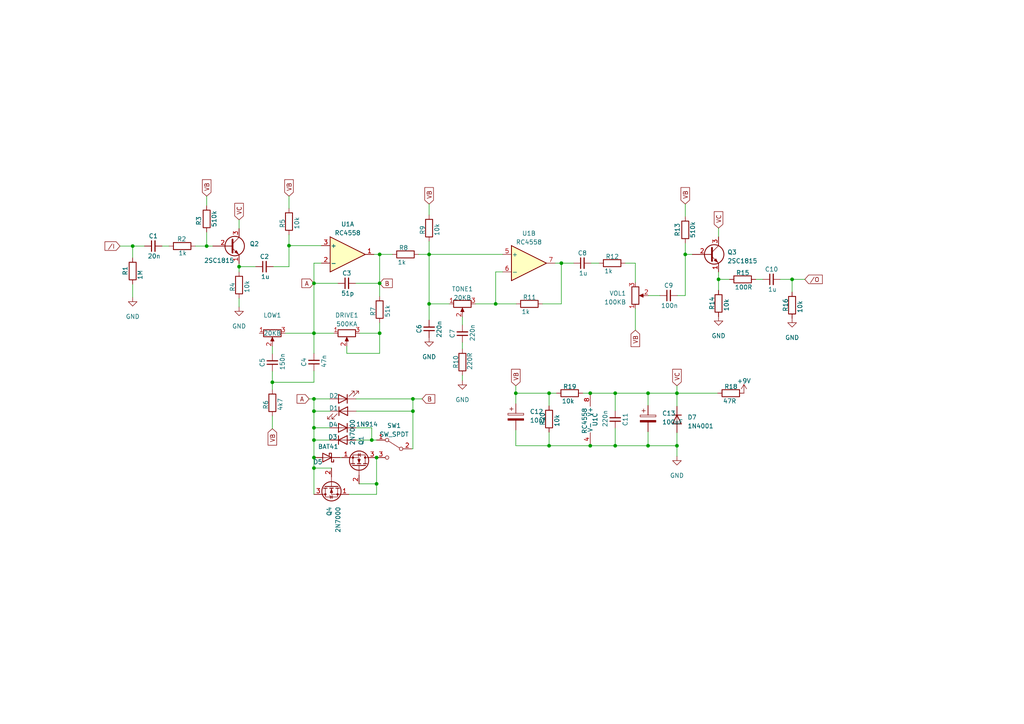
<source format=kicad_sch>
(kicad_sch (version 20230121) (generator eeschema)
  (paper "A4")
  (lib_symbols
    (symbol "Amplifier_Operational:RC4558" (pin_names (offset 0.127))
      (property "Reference" "U" (at 0 5.08 0))
      (property "Value" "RC4558" (at 0 -5.08 0))
      (symbol "RC4558_1_1"
        (polyline (pts (xy -5.08 5.08) (xy 5.08 0) (xy -5.08 -5.08) (xy -5.08 5.08)) (stroke (width 0.254)) (fill (type background)))
        (pin output line (at 7.62 0 180) (length 2.54) (name "~") (number "1"))
        (pin input line (at -7.62 -2.54 0) (length 2.54) (name "-") (number "2"))
        (pin input line (at -7.62 2.54 0) (length 2.54) (name "+") (number "3"))
      )
      (symbol "RC4558_2_1"
        (polyline (pts (xy -5.08 5.08) (xy 5.08 0) (xy -5.08 -5.08) (xy -5.08 5.08)) (stroke (width 0.254)) (fill (type background)))
        (pin input line (at -7.62 2.54 0) (length 2.54) (name "+") (number "5"))
        (pin input line (at -7.62 -2.54 0) (length 2.54) (name "-") (number "6"))
        (pin output line (at 7.62 0 180) (length 2.54) (name "~") (number "7"))
      )
      (symbol "RC4558_3_1"
        (pin power_in line (at -2.54 -7.62 90) (length 3.81) (name "V-") (number "4"))
        (pin power_in line (at -2.54 7.62 270) (length 3.81) (name "V+") (number "8"))
      )
    )
    (symbol "Device:C_Polarized" (pin_numbers hide) (pin_names (offset 0.254))
      (property "Reference" "C" (at 0.635 2.54 0))
      (property "Value" "C_Polarized" (at 0.635 -2.54 0))
      (symbol "C_Polarized_0_1"
        (rectangle (start -2.286 0.508) (end 2.286 1.016))
        (polyline (pts (xy -1.778 2.286) (xy -0.762 2.286)))
        (polyline (pts (xy -1.27 2.794) (xy -1.27 1.778)))
        (rectangle (start 2.286 -0.508) (end -2.286 -1.016) (fill (type outline)))
      )
      (symbol "C_Polarized_1_1"
        (pin passive line (at 0 3.81 270) (length 2.794) (name "~") (number "1"))
        (pin passive line (at 0 -3.81 90) (length 2.794) (name "~") (number "2"))
      )
    )
    (symbol "Device:C_Small" (pin_numbers hide) (pin_names (offset 0.254) hide)
      (property "Reference" "C" (at 0.254 1.778 0))
      (property "Value" "C_Small" (at 0.254 -2.032 0))
      (symbol "C_Small_0_1"
        (polyline (pts (xy -1.524 -0.508) (xy 1.524 -0.508)) (stroke (width 0.3302)))
        (polyline (pts (xy -1.524 0.508) (xy 1.524 0.508)) (stroke (width 0.3048)))
      )
      (symbol "C_Small_1_1"
        (pin passive line (at 0 2.54 270) (length 2.032) (name "~") (number "1"))
        (pin passive line (at 0 -2.54 90) (length 2.032) (name "~") (number "2"))
      )
    )
    (symbol "Device:LED" (pin_numbers hide) (pin_names (offset 1.016) hide)
      (property "Reference" "D" (at 0 2.54 0))
      (property "Value" "LED" (at 0 -2.54 0))
      (symbol "LED_0_1"
        (polyline (pts (xy -1.27 -1.27) (xy -1.27 1.27)) (stroke (width 0.254)))
        (polyline (pts (xy -1.27 0) (xy 1.27 0)))
        (polyline (pts (xy 1.27 -1.27) (xy 1.27 1.27) (xy -1.27 0) (xy 1.27 -1.27)) (stroke (width 0.254)))
        (polyline (pts (xy -3.048 -0.762) (xy -4.572 -2.286) (xy -3.81 -2.286) (xy -4.572 -2.286) (xy -4.572 -1.524)))
        (polyline (pts (xy -1.778 -0.762) (xy -3.302 -2.286) (xy -2.54 -2.286) (xy -3.302 -2.286) (xy -3.302 -1.524)))
      )
      (symbol "LED_1_1"
        (pin passive line (at -3.81 0 0) (length 2.54) (name "K") (number "1"))
        (pin passive line (at 3.81 0 180) (length 2.54) (name "A") (number "2"))
      )
    )
    (symbol "Device:Q_NPN_EBC" (pin_names (offset 0) hide)
      (property "Reference" "Q" (at 5.08 1.27 0))
      (property "Value" "Q_NPN_EBC" (at 5.08 -1.27 0))
      (symbol "Q_NPN_EBC_0_1"
        (polyline (pts (xy 0.635 0.635) (xy 2.54 2.54)))
        (polyline (pts (xy 0.635 -0.635) (xy 2.54 -2.54) (xy 2.54 -2.54)))
        (polyline (pts (xy 0.635 1.905) (xy 0.635 -1.905) (xy 0.635 -1.905)) (stroke (width 0.508)))
        (polyline (pts (xy 1.27 -1.778) (xy 1.778 -1.27) (xy 2.286 -2.286) (xy 1.27 -1.778) (xy 1.27 -1.778)) (fill (type outline)))
        (circle (center 1.27 0) (radius 2.8194) (stroke (width 0.254)))
      )
      (symbol "Q_NPN_EBC_1_1"
        (pin passive line (at 2.54 -5.08 90) (length 2.54) (name "E") (number "1"))
        (pin passive line (at -5.08 0 0) (length 5.715) (name "B") (number "2"))
        (pin passive line (at 2.54 5.08 270) (length 2.54) (name "C") (number "3"))
      )
    )
    (symbol "Device:R" (pin_numbers hide) (pin_names (offset 0))
      (property "Reference" "R" (at 2.032 0 90))
      (property "Value" "R" (at 0 0 90))
      (symbol "R_0_1"
        (rectangle (start -1.016 -2.54) (end 1.016 2.54) (stroke (width 0.254)))
      )
      (symbol "R_1_1"
        (pin passive line (at 0 3.81 270) (length 1.27) (name "~") (number "1"))
        (pin passive line (at 0 -3.81 90) (length 1.27) (name "~") (number "2"))
      )
    )
    (symbol "Device:R_Potentiometer" (pin_names (offset 1.016) hide)
      (property "Reference" "RV" (at -4.445 0 90))
      (property "Value" "R_Potentiometer" (at -2.54 0 90))
      (symbol "R_Potentiometer_0_1"
        (polyline (pts (xy 2.54 0) (xy 1.524 0)))
        (polyline (pts (xy 1.143 0) (xy 2.286 0.508) (xy 2.286 -0.508) (xy 1.143 0)) (fill (type outline)))
        (rectangle (start 1.016 2.54) (end -1.016 -2.54) (stroke (width 0.254)))
      )
      (symbol "R_Potentiometer_1_1"
        (pin passive line (at 0 3.81 270) (length 1.27) (name "1") (number "1"))
        (pin passive line (at 3.81 0 180) (length 1.27) (name "2") (number "2"))
        (pin passive line (at 0 -3.81 90) (length 1.27) (name "3") (number "3"))
      )
    )
    (symbol "Diode:1N4001" (pin_numbers hide) (pin_names hide)
      (property "Reference" "D" (at 0 2.54 0))
      (property "Value" "1N4001" (at 0 -2.54 0))
      (symbol "1N4001_0_1"
        (polyline (pts (xy -1.27 1.27) (xy -1.27 -1.27)) (stroke (width 0.254)))
        (polyline (pts (xy 1.27 0) (xy -1.27 0)))
        (polyline (pts (xy 1.27 1.27) (xy 1.27 -1.27) (xy -1.27 0) (xy 1.27 1.27)) (stroke (width 0.254)))
      )
      (symbol "1N4001_1_1"
        (pin passive line (at -3.81 0 0) (length 2.54) (name "K") (number "1"))
        (pin passive line (at 3.81 0 180) (length 2.54) (name "A") (number "2"))
      )
    )
    (symbol "Diode:1N914" (pin_numbers hide) (pin_names hide)
      (property "Reference" "D" (at 0 2.54 0))
      (property "Value" "1N914" (at 0 -2.54 0))
      (symbol "1N914_0_1"
        (polyline (pts (xy -1.27 1.27) (xy -1.27 -1.27)) (stroke (width 0.254)))
        (polyline (pts (xy 1.27 0) (xy -1.27 0)))
        (polyline (pts (xy 1.27 1.27) (xy 1.27 -1.27) (xy -1.27 0) (xy 1.27 1.27)) (stroke (width 0.254)))
      )
      (symbol "1N914_1_1"
        (pin passive line (at -3.81 0 0) (length 2.54) (name "K") (number "1"))
        (pin passive line (at 3.81 0 180) (length 2.54) (name "A") (number "2"))
      )
    )
    (symbol "Diode:BAT41" (pin_numbers hide) (pin_names (offset 1.016) hide)
      (property "Reference" "D" (at 0 2.54 0))
      (property "Value" "BAT41" (at 0 -2.54 0))
      (symbol "BAT41_0_1"
        (polyline (pts (xy 1.27 0) (xy -1.27 0)))
        (polyline (pts (xy 1.27 1.27) (xy 1.27 -1.27) (xy -1.27 0) (xy 1.27 1.27)) (stroke (width 0.254)))
        (polyline (pts (xy -1.905 0.635) (xy -1.905 1.27) (xy -1.27 1.27) (xy -1.27 -1.27) (xy -0.635 -1.27) (xy -0.635 -0.635)) (stroke (width 0.254)))
      )
      (symbol "BAT41_1_1"
        (pin passive line (at -3.81 0 0) (length 2.54) (name "K") (number "1"))
        (pin passive line (at 3.81 0 180) (length 2.54) (name "A") (number "2"))
      )
    )
    (symbol "Switch:SW_SPDT" (pin_names (offset 0) hide)
      (property "Reference" "SW" (at 0 4.318 0))
      (property "Value" "SW_SPDT" (at 0 -5.08 0))
      (symbol "SW_SPDT_0_0"
        (circle (center -2.032 0) (radius 0.508))
        (circle (center 2.032 -2.54) (radius 0.508))
      )
      (symbol "SW_SPDT_0_1"
        (polyline (pts (xy -1.524 0.254) (xy 1.651 2.286)))
        (circle (center 2.032 2.54) (radius 0.508))
      )
      (symbol "SW_SPDT_1_1"
        (pin passive line (at 5.08 2.54 180) (length 2.54) (name "A") (number "1"))
        (pin passive line (at -5.08 0 0) (length 2.54) (name "B") (number "2"))
        (pin passive line (at 5.08 -2.54 180) (length 2.54) (name "C") (number "3"))
      )
    )
    (symbol "Transistor_FET:2N7000" (pin_names hide)
      (property "Reference" "Q" (at 5.08 1.905 0))
      (property "Value" "2N7000" (at 5.08 0 0))
      (symbol "2N7000_0_1"
        (polyline (pts (xy 0.254 0) (xy -2.54 0)))
        (polyline (pts (xy 0.254 1.905) (xy 0.254 -1.905)) (stroke (width 0.254)))
        (polyline (pts (xy 0.762 -1.27) (xy 0.762 -2.286)) (stroke (width 0.254)))
        (polyline (pts (xy 0.762 0.508) (xy 0.762 -0.508)) (stroke (width 0.254)))
        (polyline (pts (xy 0.762 2.286) (xy 0.762 1.27)) (stroke (width 0.254)))
        (polyline (pts (xy 2.54 2.54) (xy 2.54 1.778)))
        (polyline (pts (xy 2.54 -2.54) (xy 2.54 0) (xy 0.762 0)))
        (polyline (pts (xy 0.762 -1.778) (xy 3.302 -1.778) (xy 3.302 1.778) (xy 0.762 1.778)))
        (polyline (pts (xy 1.016 0) (xy 2.032 0.381) (xy 2.032 -0.381) (xy 1.016 0)) (fill (type outline)))
        (polyline (pts (xy 2.794 0.508) (xy 2.921 0.381) (xy 3.683 0.381) (xy 3.81 0.254)))
        (polyline (pts (xy 3.302 0.381) (xy 2.921 -0.254) (xy 3.683 -0.254) (xy 3.302 0.381)))
        (circle (center 1.651 0) (radius 2.794) (stroke (width 0.254)))
        (circle (center 2.54 -1.778) (radius 0.254) (fill (type outline)))
        (circle (center 2.54 1.778) (radius 0.254) (fill (type outline)))
      )
      (symbol "2N7000_1_1"
        (pin passive line (at 2.54 -5.08 90) (length 2.54) (name "S") (number "1"))
        (pin input line (at -5.08 0 0) (length 2.54) (name "G") (number "2"))
        (pin passive line (at 2.54 5.08 270) (length 2.54) (name "D") (number "3"))
      )
    )
    (symbol "power:+9V" (power) (pin_names (offset 0))
      (property "Value" "+9V" (at 0 3.556 0))
      (symbol "+9V_0_1"
        (polyline (pts (xy -0.762 1.27) (xy 0 2.54)))
        (polyline (pts (xy 0 0) (xy 0 2.54)))
        (polyline (pts (xy 0 2.54) (xy 0.762 1.27)))
      )
      (symbol "+9V_1_1"
        (pin power_in line (at 0 0 90) (length 0) hide (name "+9V") (number "1"))
      )
    )
    (symbol "power:GND" (power) (pin_names (offset 0))
      (property "Value" "GND" (at 0 -3.81 0))
      (symbol "GND_0_1"
        (polyline (pts (xy 0 0) (xy 0 -1.27) (xy 1.27 -1.27) (xy 0 -2.54) (xy -1.27 -1.27) (xy 0 -1.27)))
      )
      (symbol "GND_1_1"
        (pin power_in line (at 0 0 270) (length 0) hide (name "GND") (number "1"))
      )
    )
  )
  (junction (at 208.407 81.026))
  (junction (at 59.944 71.374))
  (junction (at 91.059 127.635))
  (junction (at 78.994 110.871))
  (junction (at 229.743 81.026))
  (junction (at 196.342 129.286))
  (junction (at 91.059 96.647))
  (junction (at 119.761 115.697))
  (junction (at 149.606 114.046))
  (junction (at 178.435 129.286))
  (junction (at 110.109 96.647))
  (junction (at 143.764 88.138))
  (junction (at 187.96 129.286))
  (junction (at 119.761 119.253))
  (junction (at 162.814 76.327))
  (junction (at 107.823 127.635))
  (junction (at 171.196 114.046))
  (junction (at 178.435 114.046))
  (junction (at 91.059 124.079))
  (junction (at 91.059 135.763))
  (junction (at 124.46 73.787))
  (junction (at 159.258 129.286))
  (junction (at 109.22 132.715))
  (junction (at 198.755 73.787))
  (junction (at 83.82 71.247))
  (junction (at 171.196 129.286))
  (junction (at 187.96 114.046))
  (junction (at 196.342 114.046))
  (junction (at 124.46 88.138))
  (junction (at 69.342 77.343))
  (junction (at 91.059 132.715))
  (junction (at 159.258 114.046))
  (junction (at 38.481 71.374))
  (junction (at 110.109 73.787))
  (junction (at 109.22 140.335))
  (junction (at 110.109 82.169))
  (junction (at 91.059 82.169))
  (junction (at 91.059 119.253))
  (junction (at 91.059 115.697))
  (wire (pts (xy 109.22 143.383) (xy 101.219 143.383)))
  (wire (pts (xy 198.755 59.182) (xy 198.755 62.865)))
  (wire (pts (xy 59.944 56.896) (xy 59.944 59.69)))
  (wire (pts (xy 78.994 110.871) (xy 78.994 113.03)))
  (wire (pts (xy 69.342 63.754) (xy 69.342 66.294)))
  (wire (pts (xy 91.059 119.253) (xy 91.059 115.697)))
  (wire (pts (xy 91.059 82.169) (xy 91.059 96.647)))
  (wire (pts (xy 124.46 88.138) (xy 124.46 92.837)))
  (wire (pts (xy 38.481 71.374) (xy 41.91 71.374)))
  (wire (pts (xy 95.631 127.635) (xy 91.059 127.635)))
  (wire (pts (xy 59.944 71.374) (xy 61.722 71.374)))
  (wire (pts (xy 91.059 127.635) (xy 91.059 124.079)))
  (wire (pts (xy 137.922 88.138) (xy 143.764 88.138)))
  (wire (pts (xy 229.743 81.026) (xy 229.743 84.709)))
  (wire (pts (xy 181.356 76.327) (xy 184.277 76.327)))
  (wire (pts (xy 161.417 114.046) (xy 159.258 114.046)))
  (wire (pts (xy 159.258 114.046) (xy 149.606 114.046)))
  (wire (pts (xy 229.743 81.026) (xy 233.426 81.026)))
  (wire (pts (xy 208.407 81.026) (xy 208.407 84.201)))
  (wire (pts (xy 59.944 67.31) (xy 59.944 71.374)))
  (wire (pts (xy 187.96 114.046) (xy 196.342 114.046)))
  (wire (pts (xy 188.087 85.725) (xy 191.389 85.725)))
  (wire (pts (xy 187.96 125.222) (xy 187.96 129.286)))
  (wire (pts (xy 143.764 78.867) (xy 143.764 88.138)))
  (wire (pts (xy 83.82 56.896) (xy 83.82 60.452)))
  (wire (pts (xy 159.258 114.046) (xy 159.258 117.729)))
  (wire (pts (xy 89.662 115.697) (xy 91.059 115.697)))
  (wire (pts (xy 119.761 130.175) (xy 119.761 119.253)))
  (wire (pts (xy 149.606 129.286) (xy 159.258 129.286)))
  (wire (pts (xy 91.059 76.327) (xy 91.059 82.169)))
  (wire (pts (xy 100.584 102.489) (xy 110.109 102.489)))
  (wire (pts (xy 83.82 77.343) (xy 83.82 71.247)))
  (wire (pts (xy 124.46 73.787) (xy 124.46 88.138)))
  (wire (pts (xy 157.353 88.138) (xy 162.814 88.138)))
  (wire (pts (xy 178.435 114.046) (xy 178.435 119.126)))
  (wire (pts (xy 196.342 125.476) (xy 196.342 129.286)))
  (wire (pts (xy 198.755 73.787) (xy 200.787 73.787)))
  (wire (pts (xy 78.994 107.696) (xy 78.994 110.871)))
  (wire (pts (xy 69.342 77.343) (xy 69.342 78.867)))
  (wire (pts (xy 103.251 124.079) (xy 107.823 124.079)))
  (wire (pts (xy 178.435 129.286) (xy 171.196 129.286)))
  (wire (pts (xy 124.46 69.977) (xy 124.46 73.787)))
  (wire (pts (xy 208.407 66.167) (xy 208.407 68.707)))
  (wire (pts (xy 162.814 76.327) (xy 161.036 76.327)))
  (wire (pts (xy 69.342 77.343) (xy 74.168 77.343)))
  (wire (pts (xy 196.342 114.046) (xy 196.342 117.856)))
  (wire (pts (xy 196.342 111.887) (xy 196.342 114.046)))
  (wire (pts (xy 184.277 76.327) (xy 184.277 81.915)))
  (wire (pts (xy 79.248 77.343) (xy 83.82 77.343)))
  (wire (pts (xy 171.196 129.286) (xy 159.258 129.286)))
  (wire (pts (xy 109.22 132.715) (xy 109.22 140.335)))
  (wire (pts (xy 78.994 110.871) (xy 91.059 110.871)))
  (wire (pts (xy 38.481 74.803) (xy 38.481 71.374)))
  (wire (pts (xy 162.814 76.327) (xy 166.37 76.327)))
  (wire (pts (xy 103.124 82.169) (xy 110.109 82.169)))
  (wire (pts (xy 196.469 85.725) (xy 198.755 85.725)))
  (wire (pts (xy 134.112 91.948) (xy 134.112 94.234)))
  (wire (pts (xy 149.606 124.714) (xy 149.606 129.286)))
  (wire (pts (xy 91.059 96.647) (xy 96.774 96.647)))
  (wire (pts (xy 134.112 99.314) (xy 134.112 101.219)))
  (wire (pts (xy 187.96 129.286) (xy 178.435 129.286)))
  (wire (pts (xy 162.814 88.138) (xy 162.814 76.327)))
  (wire (pts (xy 119.761 115.697) (xy 103.251 115.697)))
  (wire (pts (xy 110.109 73.787) (xy 113.792 73.787)))
  (wire (pts (xy 110.109 73.787) (xy 108.458 73.787)))
  (wire (pts (xy 91.059 107.569) (xy 91.059 110.871)))
  (wire (pts (xy 91.059 132.715) (xy 91.059 135.763)))
  (wire (pts (xy 91.059 119.253) (xy 95.758 119.253)))
  (wire (pts (xy 187.96 114.046) (xy 187.96 117.602)))
  (wire (pts (xy 91.059 124.079) (xy 95.631 124.079)))
  (wire (pts (xy 110.109 82.169) (xy 110.109 85.979)))
  (wire (pts (xy 143.764 88.138) (xy 149.733 88.138)))
  (wire (pts (xy 49.022 71.374) (xy 46.99 71.374)))
  (wire (pts (xy 198.755 85.725) (xy 198.755 73.787)))
  (wire (pts (xy 104.394 96.647) (xy 110.109 96.647)))
  (wire (pts (xy 91.059 127.635) (xy 91.059 132.715)))
  (wire (pts (xy 93.218 76.327) (xy 91.059 76.327)))
  (wire (pts (xy 196.342 129.286) (xy 196.342 132.334)))
  (wire (pts (xy 110.109 96.647) (xy 110.109 93.599)))
  (wire (pts (xy 124.46 59.182) (xy 124.46 62.357)))
  (wire (pts (xy 91.059 115.697) (xy 95.631 115.697)))
  (wire (pts (xy 78.994 100.457) (xy 78.994 102.616)))
  (wire (pts (xy 208.407 78.867) (xy 208.407 81.026)))
  (wire (pts (xy 69.342 76.454) (xy 69.342 77.343)))
  (wire (pts (xy 198.755 73.787) (xy 198.755 70.485)))
  (wire (pts (xy 83.82 71.247) (xy 83.82 68.072)))
  (wire (pts (xy 83.82 71.247) (xy 93.218 71.247)))
  (wire (pts (xy 196.342 129.286) (xy 187.96 129.286)))
  (wire (pts (xy 130.302 88.138) (xy 124.46 88.138)))
  (wire (pts (xy 208.407 81.026) (xy 211.582 81.026)))
  (wire (pts (xy 145.796 78.867) (xy 143.764 78.867)))
  (wire (pts (xy 119.761 115.697) (xy 119.761 119.253)))
  (wire (pts (xy 99.06 132.715) (xy 98.679 132.715)))
  (wire (pts (xy 91.059 96.647) (xy 91.059 102.489)))
  (wire (pts (xy 196.342 114.046) (xy 208.153 114.046)))
  (wire (pts (xy 171.196 114.046) (xy 178.435 114.046)))
  (wire (pts (xy 171.45 76.327) (xy 173.736 76.327)))
  (wire (pts (xy 103.378 119.253) (xy 119.761 119.253)))
  (wire (pts (xy 110.109 102.489) (xy 110.109 96.647)))
  (wire (pts (xy 109.22 140.335) (xy 109.22 143.383)))
  (wire (pts (xy 69.342 86.487) (xy 69.342 89.027)))
  (wire (pts (xy 119.38 130.175) (xy 119.761 130.175)))
  (wire (pts (xy 78.994 120.65) (xy 78.994 124.333)))
  (wire (pts (xy 178.435 124.206) (xy 178.435 129.286)))
  (wire (pts (xy 91.059 124.079) (xy 91.059 119.253)))
  (wire (pts (xy 226.314 81.026) (xy 229.743 81.026)))
  (wire (pts (xy 103.251 127.635) (xy 107.823 127.635)))
  (wire (pts (xy 159.258 129.286) (xy 159.258 125.349)))
  (wire (pts (xy 91.059 82.169) (xy 98.044 82.169)))
  (wire (pts (xy 107.823 124.079) (xy 107.823 127.635)))
  (wire (pts (xy 169.037 114.046) (xy 171.196 114.046)))
  (wire (pts (xy 149.606 114.046) (xy 149.606 111.887)))
  (wire (pts (xy 104.14 140.335) (xy 109.22 140.335)))
  (wire (pts (xy 219.202 81.026) (xy 221.234 81.026)))
  (wire (pts (xy 56.642 71.374) (xy 59.944 71.374)))
  (wire (pts (xy 91.059 135.763) (xy 91.059 143.383)))
  (wire (pts (xy 91.059 135.763) (xy 96.139 135.763)))
  (wire (pts (xy 110.109 82.169) (xy 110.109 73.787)))
  (wire (pts (xy 178.435 114.046) (xy 187.96 114.046)))
  (wire (pts (xy 100.584 100.457) (xy 100.584 102.489)))
  (wire (pts (xy 82.804 96.647) (xy 91.059 96.647)))
  (wire (pts (xy 34.798 71.374) (xy 38.481 71.374)))
  (wire (pts (xy 38.481 82.423) (xy 38.481 86.233)))
  (wire (pts (xy 184.277 95.758) (xy 184.277 89.535)))
  (wire (pts (xy 124.46 73.787) (xy 145.796 73.787)))
  (wire (pts (xy 107.823 127.635) (xy 109.22 127.635)))
  (wire (pts (xy 122.428 115.697) (xy 119.761 115.697)))
  (wire (pts (xy 134.112 108.839) (xy 134.112 110.363)))
  (wire (pts (xy 149.606 114.046) (xy 149.606 117.094)))
  (wire (pts (xy 121.412 73.787) (xy 124.46 73.787)))
  (global_label "VB" (shape input) (at 184.277 95.758 270) (property "Intersheetrefs" "${INTERSHEET_REFS}" (effects hide)))
  (global_label "{slash}O" (shape input) (at 233.426 81.026 0) (property "Intersheetrefs" "${INTERSHEET_REFS}" (effects hide)))
  (global_label "VC" (shape input) (at 196.342 111.887 90) (property "Intersheetrefs" "${INTERSHEET_REFS}" (effects hide)))
  (global_label "VC" (shape input) (at 69.342 63.754 90) (property "Intersheetrefs" "${INTERSHEET_REFS}" (effects hide)))
  (global_label "A" (shape input) (at 91.059 82.169 180) (property "Intersheetrefs" "${INTERSHEET_REFS}" (effects hide)))
  (global_label "{slash}I" (shape input) (at 34.798 71.374 180) (property "Intersheetrefs" "${INTERSHEET_REFS}" (effects hide)))
  (global_label "B" (shape input) (at 122.428 115.697 0) (property "Intersheetrefs" "${INTERSHEET_REFS}" (effects hide)))
  (global_label "VB" (shape input) (at 198.755 59.182 90) (property "Intersheetrefs" "${INTERSHEET_REFS}" (effects hide)))
  (global_label "VB" (shape input) (at 124.46 59.182 90) (property "Intersheetrefs" "${INTERSHEET_REFS}" (effects hide)))
  (global_label "VB" (shape input) (at 149.606 111.887 90) (property "Intersheetrefs" "${INTERSHEET_REFS}" (effects hide)))
  (global_label "VB" (shape input) (at 59.944 56.896 90) (property "Intersheetrefs" "${INTERSHEET_REFS}" (effects hide)))
  (global_label "VB" (shape input) (at 83.82 56.896 90) (property "Intersheetrefs" "${INTERSHEET_REFS}" (effects hide)))
  (global_label "VB" (shape input) (at 78.994 124.333 270) (property "Intersheetrefs" "${INTERSHEET_REFS}" (effects hide)))
  (global_label "VC" (shape input) (at 208.407 66.167 90) (property "Intersheetrefs" "${INTERSHEET_REFS}" (effects hide)))
  (global_label "A" (shape input) (at 89.662 115.697 180) (property "Intersheetrefs" "${INTERSHEET_REFS}" (effects hide)))
  (global_label "B" (shape input) (at 110.109 82.169 0) (property "Intersheetrefs" "${INTERSHEET_REFS}" (effects hide)))
  (symbol (lib_id "Diode:BAT41") (at 94.869 132.715 180) (unit 1)
    (property "Reference" "D5" (at 92.202 133.985 0))
    (property "Value" "BAT41" (at 95.1865 129.54 0))
    (property "Footprint" "Diode_THT:D_DO-35_SOD27_P7.62mm_Horizontal" (effects hide))
    (property "Datasheet" "http://www.vishay.com/docs/85659/bat41.pdf" (effects hide))
  )
  (symbol (lib_id "Device:R") (at 159.258 121.539 180) (unit 1)
    (property "Reference" "R20" (at 157.353 123.444 90) (effects (justify right)))
    (property "Value" "10k" (at 161.544 123.825 90) (effects (justify right)))
    (property "Footprint" "Resistor_THT:R_Axial_DIN0204_L3.6mm_D1.6mm_P7.62mm_Horizontal" (effects hide))
  )
  (symbol (lib_id "Device:R") (at 165.227 114.046 90) (unit 1)
    (property "Reference" "R19" (at 163.322 112.141 90) (effects (justify right)))
    (property "Value" "10k" (at 162.941 116.332 90) (effects (justify right)))
    (property "Footprint" "Resistor_THT:R_Axial_DIN0204_L3.6mm_D1.6mm_P7.62mm_Horizontal" (effects hide))
  )
  (symbol (lib_id "Device:LED") (at 99.441 115.697 180) (unit 1)
    (property "Reference" "D2" (at 96.774 114.808 0))
    (property "Value" "LED" (effects hide))
    (property "Footprint" "LED_THT:LED_D3.0mm" (effects hide))
  )
  (symbol (lib_id "Device:R") (at 198.755 66.675 180) (unit 1)
    (property "Reference" "R13" (at 196.469 68.58 90) (effects (justify right)))
    (property "Value" "510k" (at 200.914 69.088 90) (effects (justify right)))
    (property "Footprint" "Resistor_THT:R_Axial_DIN0204_L3.6mm_D1.6mm_P7.62mm_Horizontal" (effects hide))
  )
  (symbol (lib_id "power:GND") (at 69.342 89.027 0) (unit 1)
    (property "Reference" "#PWR01" (effects hide))
    (property "Value" "GND" (at 69.342 94.615 0))
  )
  (symbol (lib_id "Device:R_Potentiometer") (at 184.277 85.725 0) (mirror x) (unit 1)
    (property "Reference" "VOL1" (at 181.61 85.09 0) (effects (justify right)))
    (property "Value" "100KB" (at 181.61 87.63 0) (effects (justify right)))
    (property "Footprint" "Potentiometer_THT:Potentiometer_Vishay_148-149_Single_Vertical" (effects hide))
  )
  (symbol (lib_id "power:GND") (at 229.743 92.329 0) (unit 1)
    (property "Reference" "#PWR06" (effects hide))
    (property "Value" "GND" (at 229.743 97.917 0))
  )
  (symbol (lib_id "Device:C_Small") (at 168.91 76.327 90) (unit 1)
    (property "Reference" "C8" (at 168.91 73.406 90))
    (property "Value" "1u" (at 169.164 79.248 90))
    (property "Footprint" "Capacitor_THT:C_Disc_D3.0mm_W1.6mm_P2.50mm" (effects hide))
  )
  (symbol (lib_id "Device:R") (at 78.994 116.84 180) (unit 1)
    (property "Reference" "R6" (at 77.089 118.745 90) (effects (justify right)))
    (property "Value" "4k7" (at 81.28 119.126 90) (effects (justify right)))
    (property "Footprint" "Resistor_THT:R_Axial_DIN0204_L3.6mm_D1.6mm_P7.62mm_Horizontal" (effects hide))
  )
  (symbol (lib_id "Device:R") (at 117.602 73.787 90) (unit 1)
    (property "Reference" "R8" (at 115.697 71.882 90) (effects (justify right)))
    (property "Value" "1k" (at 115.316 76.073 90) (effects (justify right)))
    (property "Footprint" "Resistor_THT:R_Axial_DIN0204_L3.6mm_D1.6mm_P7.62mm_Horizontal" (effects hide))
  )
  (symbol (lib_id "Diode:1N914") (at 99.441 124.079 180) (unit 1)
    (property "Reference" "D4" (at 96.647 123.19 0))
    (property "Value" "1N914" (effects hide))
    (property "Footprint" "Diode_THT:D_DO-35_SOD27_P7.62mm_Horizontal" (effects hide))
    (property "Datasheet" "http://www.vishay.com/docs/85622/1n914.pdf" (effects hide))
    (property "Sim.Device" "D" (effects hide))
    (property "Sim.Pins" "1=K 2=A" (effects hide))
  )
  (symbol (lib_id "Device:R") (at 215.392 81.026 90) (unit 1)
    (property "Reference" "R15" (at 213.487 79.121 90) (effects (justify right)))
    (property "Value" "100R" (at 213.106 83.312 90) (effects (justify right)))
    (property "Footprint" "Resistor_THT:R_Axial_DIN0204_L3.6mm_D1.6mm_P7.62mm_Horizontal" (effects hide))
  )
  (symbol (lib_id "Device:C_Small") (at 223.774 81.026 90) (unit 1)
    (property "Reference" "C10" (at 223.774 78.105 90))
    (property "Value" "1u" (at 224.028 83.947 90))
    (property "Footprint" "Capacitor_THT:C_Disc_D3.0mm_W1.6mm_P2.50mm" (effects hide))
  )
  (symbol (lib_id "Device:C_Small") (at 124.46 95.377 180) (unit 1)
    (property "Reference" "C6" (at 121.539 95.377 90))
    (property "Value" "220n" (at 127.381 95.504 90))
    (property "Footprint" "Capacitor_THT:C_Disc_D3.0mm_W1.6mm_P2.50mm" (effects hide))
  )
  (symbol (lib_id "Amplifier_Operational:RC4558") (at 153.416 76.327 0) (unit 2)
    (property "Reference" "U1" (at 153.416 67.691 0))
    (property "Value" "RC4558" (at 153.416 70.231 0))
    (property "Footprint" "Package_DIP:DIP-8_W7.62mm" (effects hide))
    (property "Datasheet" "http://www.ti.com/lit/ds/symlink/rc4558.pdf" (effects hide))
  )
  (symbol (lib_id "Device:Q_NPN_EBC") (at 66.802 71.374 0) (unit 1)
    (property "Reference" "Q2" (at 72.39 70.739 0) (effects (justify left)))
    (property "Value" "2SC1815" (at 59.182 75.565 0) (effects (justify left)))
    (property "Footprint" "Package_TO_SOT_THT:TO-92L_HandSolder" (effects hide))
  )
  (symbol (lib_id "power:GND") (at 124.46 97.917 0) (unit 1)
    (property "Reference" "#PWR03" (effects hide))
    (property "Value" "GND" (at 124.46 103.505 0))
  )
  (symbol (lib_id "Device:R") (at 38.481 78.613 180) (unit 1)
    (property "Reference" "R1" (at 36.322 79.883 90) (effects (justify right)))
    (property "Value" "1M" (at 40.64 81.153 90) (effects (justify right)))
    (property "Footprint" "Resistor_THT:R_Axial_DIN0204_L3.6mm_D1.6mm_P7.62mm_Horizontal" (effects hide))
  )
  (symbol (lib_id "Device:C_Small") (at 193.929 85.725 90) (unit 1)
    (property "Reference" "C9" (at 193.929 82.804 90))
    (property "Value" "100n" (at 194.183 88.646 90))
    (property "Footprint" "Capacitor_THT:C_Disc_D3.0mm_W1.6mm_P2.50mm" (effects hide))
  )
  (symbol (lib_id "Amplifier_Operational:RC4558") (at 100.838 73.787 0) (unit 1)
    (property "Reference" "U1" (at 100.838 65.024 0))
    (property "Value" "RC4558" (at 100.838 67.564 0))
    (property "Footprint" "Package_DIP:DIP-8_W7.62mm" (effects hide))
    (property "Datasheet" "http://www.ti.com/lit/ds/symlink/rc4558.pdf" (effects hide))
  )
  (symbol (lib_id "Device:R") (at 124.46 66.167 180) (unit 1)
    (property "Reference" "R9" (at 122.555 68.072 90) (effects (justify right)))
    (property "Value" "10k" (at 126.746 68.453 90) (effects (justify right)))
    (property "Footprint" "Resistor_THT:R_Axial_DIN0204_L3.6mm_D1.6mm_P7.62mm_Horizontal" (effects hide))
  )
  (symbol (lib_id "Device:R") (at 110.109 89.789 180) (unit 1)
    (property "Reference" "R7" (at 108.204 91.694 90) (effects (justify right)))
    (property "Value" "51k" (at 112.395 92.075 90) (effects (justify right)))
    (property "Footprint" "Resistor_THT:R_Axial_DIN0204_L3.6mm_D1.6mm_P7.62mm_Horizontal" (effects hide))
  )
  (symbol (lib_id "Transistor_FET:2N7000") (at 96.139 140.843 90) (mirror x) (unit 1)
    (property "Reference" "Q4" (at 95.504 146.939 0) (effects (justify left)))
    (property "Value" "2N7000" (at 98.044 146.939 0) (effects (justify left)))
    (property "Footprint" "Package_TO_SOT_THT:TO-92_Inline" (effects hide))
    (property "Datasheet" "https://www.vishay.com/docs/70226/70226.pdf" (effects hide))
  )
  (symbol (lib_id "Device:C_Small") (at 76.708 77.343 90) (unit 1)
    (property "Reference" "C2" (at 76.708 74.422 90))
    (property "Value" "1u" (at 76.962 80.264 90))
    (property "Footprint" "Capacitor_THT:C_Disc_D3.0mm_W1.6mm_P2.50mm" (effects hide))
  )
  (symbol (lib_id "Device:R") (at 211.963 114.046 90) (unit 1)
    (property "Reference" "R18" (at 210.058 112.141 90) (effects (justify right)))
    (property "Value" "47R" (at 209.677 116.332 90) (effects (justify right)))
    (property "Footprint" "Resistor_THT:R_Axial_DIN0204_L3.6mm_D1.6mm_P7.62mm_Horizontal" (effects hide))
  )
  (symbol (lib_id "Device:R_Potentiometer") (at 134.112 88.138 90) (mirror x) (unit 1)
    (property "Reference" "TONE1" (at 134.112 83.82 90))
    (property "Value" "20KB" (at 134.112 86.36 90))
    (property "Footprint" "Potentiometer_THT:Potentiometer_Vishay_148-149_Single_Vertical" (effects hide))
  )
  (symbol (lib_id "Transistor_FET:2N7000") (at 104.14 135.255 270) (mirror x) (unit 1)
    (property "Reference" "Q1" (at 104.775 129.159 0) (effects (justify left)))
    (property "Value" "2N7000" (at 102.235 129.159 0) (effects (justify left)))
    (property "Footprint" "Package_TO_SOT_THT:TO-92_Inline" (effects hide))
    (property "Datasheet" "https://www.vishay.com/docs/70226/70226.pdf" (effects hide))
  )
  (symbol (lib_id "power:+9V") (at 215.773 114.046 0) (unit 1)
    (property "Reference" "#PWR08" (effects hide))
    (property "Value" "+9V" (at 215.773 110.49 0))
  )
  (symbol (lib_id "Device:R") (at 83.82 64.262 180) (unit 1)
    (property "Reference" "R5" (at 81.915 66.167 90) (effects (justify right)))
    (property "Value" "10k" (at 86.106 66.548 90) (effects (justify right)))
    (property "Footprint" "Resistor_THT:R_Axial_DIN0204_L3.6mm_D1.6mm_P7.62mm_Horizontal" (effects hide))
  )
  (symbol (lib_id "Device:C_Polarized") (at 149.606 120.904 0) (unit 1)
    (property "Reference" "C12" (at 153.67 119.38 0) (effects (justify left)))
    (property "Value" "10uF" (at 153.67 121.92 0) (effects (justify left)))
    (property "Footprint" "Capacitor_THT:CP_Radial_D8.0mm_P2.50mm" (effects hide))
  )
  (symbol (lib_id "Device:C_Small") (at 91.059 105.029 180) (unit 1)
    (property "Reference" "C4" (at 88.138 105.029 90))
    (property "Value" "47n" (at 93.98 104.775 90))
    (property "Footprint" "Capacitor_THT:C_Disc_D3.0mm_W1.6mm_P2.50mm" (effects hide))
  )
  (symbol (lib_id "Device:C_Polarized") (at 187.96 121.412 0) (unit 1)
    (property "Reference" "C13" (at 192.024 119.888 0) (effects (justify left)))
    (property "Value" "100uF" (at 192.024 122.428 0) (effects (justify left)))
    (property "Footprint" "Capacitor_THT:CP_Radial_D8.0mm_P2.50mm" (effects hide))
  )
  (symbol (lib_id "Diode:1N914") (at 99.441 127.635 0) (unit 1)
    (property "Reference" "D3" (at 96.52 126.746 0))
    (property "Value" "1N914" (at 106.426 123.063 0))
    (property "Footprint" "Diode_THT:D_DO-35_SOD27_P7.62mm_Horizontal" (effects hide))
    (property "Datasheet" "http://www.vishay.com/docs/85622/1n914.pdf" (effects hide))
    (property "Sim.Device" "D" (effects hide))
    (property "Sim.Pins" "1=K 2=A" (effects hide))
  )
  (symbol (lib_id "Device:LED") (at 99.568 119.253 0) (unit 1)
    (property "Reference" "D1" (at 96.774 118.364 0))
    (property "Value" "LED" (effects hide))
    (property "Footprint" "LED_THT:LED_D3.0mm" (effects hide))
  )
  (symbol (lib_id "Device:C_Small") (at 78.994 105.156 180) (unit 1)
    (property "Reference" "C5" (at 76.073 105.156 90))
    (property "Value" "150n" (at 81.915 104.902 90))
    (property "Footprint" "Capacitor_THT:C_Disc_D3.0mm_W1.6mm_P2.50mm" (effects hide))
  )
  (symbol (lib_id "Device:R") (at 59.944 63.5 180) (unit 1)
    (property "Reference" "R3" (at 57.658 65.405 90) (effects (justify right)))
    (property "Value" "510k" (at 62.103 65.913 90) (effects (justify right)))
    (property "Footprint" "Resistor_THT:R_Axial_DIN0204_L3.6mm_D1.6mm_P7.62mm_Horizontal" (effects hide))
  )
  (symbol (lib_id "Device:R_Potentiometer") (at 100.584 96.647 90) (mirror x) (unit 1)
    (property "Reference" "DRIVE1" (at 100.584 91.44 90))
    (property "Value" "500KA" (at 100.584 93.98 90))
    (property "Footprint" "Potentiometer_THT:Potentiometer_Vishay_148-149_Single_Vertical" (effects hide))
  )
  (symbol (lib_id "power:GND") (at 196.342 132.334 0) (unit 1)
    (property "Reference" "#PWR07" (effects hide))
    (property "Value" "GND" (at 196.342 137.922 0))
  )
  (symbol (lib_id "Device:R_Potentiometer") (at 78.994 96.647 90) (mirror x) (unit 1)
    (property "Reference" "LOW1" (at 78.994 91.44 90))
    (property "Value" "20KB" (at 78.994 96.647 90))
    (property "Footprint" "Potentiometer_THT:Potentiometer_Vishay_148-149_Single_Vertical" (effects hide))
  )
  (symbol (lib_id "Device:R") (at 52.832 71.374 270) (unit 1)
    (property "Reference" "R2" (at 52.705 69.342 90))
    (property "Value" "1k" (at 52.959 73.406 90))
    (property "Footprint" "Resistor_THT:R_Axial_DIN0204_L3.6mm_D1.6mm_P7.62mm_Horizontal" (effects hide))
  )
  (symbol (lib_id "Device:Q_NPN_EBC") (at 205.867 73.787 0) (unit 1)
    (property "Reference" "Q3" (at 210.947 73.152 0) (effects (justify left)))
    (property "Value" "2SC1815" (at 210.947 75.692 0) (effects (justify left)))
    (property "Footprint" "Package_TO_SOT_THT:TO-92L_HandSolder" (effects hide))
  )
  (symbol (lib_id "Device:C_Small") (at 44.45 71.374 90) (unit 1)
    (property "Reference" "C1" (at 44.45 68.453 90))
    (property "Value" "20n" (at 44.704 74.295 90))
    (property "Footprint" "Capacitor_THT:C_Disc_D3.0mm_W1.6mm_P2.50mm" (effects hide))
  )
  (symbol (lib_id "Device:C_Small") (at 178.435 121.666 0) (mirror x) (unit 1)
    (property "Reference" "C11" (at 181.356 121.666 90))
    (property "Value" "220n" (at 175.514 121.412 90))
    (property "Footprint" "Capacitor_THT:C_Disc_D3.0mm_W1.6mm_P2.50mm" (effects hide))
  )
  (symbol (lib_id "Device:R") (at 69.342 82.677 180) (unit 1)
    (property "Reference" "R4" (at 67.437 84.582 90) (effects (justify right)))
    (property "Value" "10k" (at 71.628 84.963 90) (effects (justify right)))
    (property "Footprint" "Resistor_THT:R_Axial_DIN0204_L3.6mm_D1.6mm_P7.62mm_Horizontal" (effects hide))
  )
  (symbol (lib_id "power:GND") (at 208.407 91.821 0) (unit 1)
    (property "Reference" "#PWR05" (effects hide))
    (property "Value" "GND" (at 208.407 97.409 0))
  )
  (symbol (lib_id "power:GND") (at 38.481 86.233 0) (unit 1)
    (property "Reference" "#PWR02" (effects hide))
    (property "Value" "GND" (at 38.481 91.821 0))
  )
  (symbol (lib_id "Device:R") (at 208.407 88.011 180) (unit 1)
    (property "Reference" "R14" (at 206.502 89.916 90) (effects (justify right)))
    (property "Value" "10k" (at 210.693 90.297 90) (effects (justify right)))
    (property "Footprint" "Resistor_THT:R_Axial_DIN0204_L3.6mm_D1.6mm_P7.62mm_Horizontal" (effects hide))
  )
  (symbol (lib_id "power:GND") (at 134.112 110.363 0) (unit 1)
    (property "Reference" "#PWR04" (effects hide))
    (property "Value" "GND" (at 134.112 115.951 0))
  )
  (symbol (lib_id "Device:C_Small") (at 100.584 82.169 90) (unit 1)
    (property "Reference" "C3" (at 100.584 79.248 90))
    (property "Value" "51p" (at 100.838 85.09 90))
    (property "Footprint" "Capacitor_THT:C_Disc_D3.0mm_W1.6mm_P2.50mm" (effects hide))
  )
  (symbol (lib_id "Device:R") (at 177.546 76.327 90) (unit 1)
    (property "Reference" "R12" (at 175.641 74.422 90) (effects (justify right)))
    (property "Value" "1k" (at 175.26 78.613 90) (effects (justify right)))
    (property "Footprint" "Resistor_THT:R_Axial_DIN0204_L3.6mm_D1.6mm_P7.62mm_Horizontal" (effects hide))
  )
  (symbol (lib_id "Device:R") (at 153.543 88.138 90) (unit 1)
    (property "Reference" "R11" (at 151.638 86.233 90) (effects (justify right)))
    (property "Value" "1k" (at 151.257 90.424 90) (effects (justify right)))
    (property "Footprint" "Resistor_THT:R_Axial_DIN0204_L3.6mm_D1.6mm_P7.62mm_Horizontal" (effects hide))
  )
  (symbol (lib_id "Amplifier_Operational:RC4558") (at 173.736 121.666 0) (unit 3)
    (property "Reference" "U1" (at 172.593 123.698 90) (effects (justify left)))
    (property "Value" "RC4558" (at 169.545 125.857 90) (effects (justify left)))
    (property "Footprint" "Package_DIP:DIP-8_W7.62mm" (effects hide))
    (property "Datasheet" "http://www.ti.com/lit/ds/symlink/rc4558.pdf" (effects hide))
  )
  (symbol (lib_id "Device:C_Small") (at 134.112 96.774 180) (unit 1)
    (property "Reference" "C7" (at 131.191 96.774 90))
    (property "Value" "220n" (at 137.033 96.52 90))
    (property "Footprint" "Capacitor_THT:C_Disc_D3.0mm_W1.6mm_P2.50mm" (effects hide))
  )
  (symbol (lib_id "Diode:1N4001") (at 196.342 121.666 270) (unit 1)
    (property "Reference" "D7" (at 199.39 121.031 90) (effects (justify left)))
    (property "Value" "1N4001" (at 199.39 123.571 90) (effects (justify left)))
    (property "Footprint" "Diode_THT:D_DO-41_SOD81_P10.16mm_Horizontal" (effects hide))
    (property "Datasheet" "http://www.vishay.com/docs/88503/1n4001.pdf" (effects hide))
    (property "Sim.Device" "D" (effects hide))
    (property "Sim.Pins" "1=K 2=A" (effects hide))
  )
  (symbol (lib_id "Device:R") (at 229.743 88.519 180) (unit 1)
    (property "Reference" "R16" (at 227.838 90.424 90) (effects (justify right)))
    (property "Value" "10k" (at 232.029 90.805 90) (effects (justify right)))
    (property "Footprint" "Resistor_THT:R_Axial_DIN0204_L3.6mm_D1.6mm_P7.62mm_Horizontal" (effects hide))
  )
  (symbol (lib_id "Device:R") (at 134.112 105.029 180) (unit 1)
    (property "Reference" "R10" (at 132.207 106.934 90) (effects (justify right)))
    (property "Value" "220R" (at 136.271 107.315 90) (effects (justify right)))
    (property "Footprint" "Resistor_THT:R_Axial_DIN0204_L3.6mm_D1.6mm_P7.62mm_Horizontal" (effects hide))
  )
  (symbol (lib_id "Switch:SW_SPDT") (at 114.3 130.175 0) (mirror y) (unit 1)
    (property "Reference" "SW1" (at 114.3 123.444 0))
    (property "Value" "SW_SPDT" (at 114.3 125.984 0))
    (property "Footprint" "Connector:FanPinHeader_1x03_P2.54mm_Vertical" (effects hide))
  )
)
</source>
